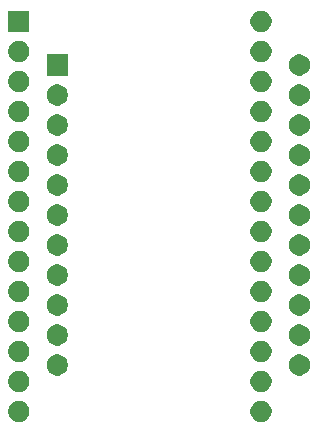
<source format=gbr>
G04 #@! TF.GenerationSoftware,KiCad,Pcbnew,(5.1.5)-3*
G04 #@! TF.CreationDate,2020-05-03T22:18:41-05:00*
G04 #@! TF.ProjectId,SoundAdapter28Pto22P,536f756e-6441-4646-9170-746572323850,rev?*
G04 #@! TF.SameCoordinates,Original*
G04 #@! TF.FileFunction,Soldermask,Bot*
G04 #@! TF.FilePolarity,Negative*
%FSLAX46Y46*%
G04 Gerber Fmt 4.6, Leading zero omitted, Abs format (unit mm)*
G04 Created by KiCad (PCBNEW (5.1.5)-3) date 2020-05-03 22:18:41*
%MOMM*%
%LPD*%
G04 APERTURE LIST*
%ADD10C,0.100000*%
G04 APERTURE END LIST*
D10*
G36*
X137310013Y-116254428D02*
G01*
X137459313Y-116284125D01*
X137623285Y-116352045D01*
X137770855Y-116450648D01*
X137896354Y-116576147D01*
X137994957Y-116723717D01*
X138062877Y-116887689D01*
X138097501Y-117061760D01*
X138097501Y-117239242D01*
X138062877Y-117413313D01*
X137994957Y-117577285D01*
X137896354Y-117724855D01*
X137770855Y-117850354D01*
X137623285Y-117948957D01*
X137459313Y-118016877D01*
X137310013Y-118046574D01*
X137285243Y-118051501D01*
X137107759Y-118051501D01*
X137082989Y-118046574D01*
X136933689Y-118016877D01*
X136769717Y-117948957D01*
X136622147Y-117850354D01*
X136496648Y-117724855D01*
X136398045Y-117577285D01*
X136330125Y-117413313D01*
X136295501Y-117239242D01*
X136295501Y-117061760D01*
X136330125Y-116887689D01*
X136398045Y-116723717D01*
X136496648Y-116576147D01*
X136622147Y-116450648D01*
X136769717Y-116352045D01*
X136933689Y-116284125D01*
X137082989Y-116254428D01*
X137107759Y-116249501D01*
X137285243Y-116249501D01*
X137310013Y-116254428D01*
G37*
G36*
X116810013Y-116254428D02*
G01*
X116959313Y-116284125D01*
X117123285Y-116352045D01*
X117270855Y-116450648D01*
X117396354Y-116576147D01*
X117494957Y-116723717D01*
X117562877Y-116887689D01*
X117597501Y-117061760D01*
X117597501Y-117239242D01*
X117562877Y-117413313D01*
X117494957Y-117577285D01*
X117396354Y-117724855D01*
X117270855Y-117850354D01*
X117123285Y-117948957D01*
X116959313Y-118016877D01*
X116810013Y-118046574D01*
X116785243Y-118051501D01*
X116607759Y-118051501D01*
X116582989Y-118046574D01*
X116433689Y-118016877D01*
X116269717Y-117948957D01*
X116122147Y-117850354D01*
X115996648Y-117724855D01*
X115898045Y-117577285D01*
X115830125Y-117413313D01*
X115795501Y-117239242D01*
X115795501Y-117061760D01*
X115830125Y-116887689D01*
X115898045Y-116723717D01*
X115996648Y-116576147D01*
X116122147Y-116450648D01*
X116269717Y-116352045D01*
X116433689Y-116284125D01*
X116582989Y-116254428D01*
X116607759Y-116249501D01*
X116785243Y-116249501D01*
X116810013Y-116254428D01*
G37*
G36*
X116810013Y-113714428D02*
G01*
X116959313Y-113744125D01*
X117123285Y-113812045D01*
X117270855Y-113910648D01*
X117396354Y-114036147D01*
X117494957Y-114183717D01*
X117562877Y-114347689D01*
X117597501Y-114521760D01*
X117597501Y-114699242D01*
X117562877Y-114873313D01*
X117494957Y-115037285D01*
X117396354Y-115184855D01*
X117270855Y-115310354D01*
X117123285Y-115408957D01*
X116959313Y-115476877D01*
X116810013Y-115506574D01*
X116785243Y-115511501D01*
X116607759Y-115511501D01*
X116582989Y-115506574D01*
X116433689Y-115476877D01*
X116269717Y-115408957D01*
X116122147Y-115310354D01*
X115996648Y-115184855D01*
X115898045Y-115037285D01*
X115830125Y-114873313D01*
X115795501Y-114699242D01*
X115795501Y-114521760D01*
X115830125Y-114347689D01*
X115898045Y-114183717D01*
X115996648Y-114036147D01*
X116122147Y-113910648D01*
X116269717Y-113812045D01*
X116433689Y-113744125D01*
X116582989Y-113714428D01*
X116607759Y-113709501D01*
X116785243Y-113709501D01*
X116810013Y-113714428D01*
G37*
G36*
X137310013Y-113714428D02*
G01*
X137459313Y-113744125D01*
X137623285Y-113812045D01*
X137770855Y-113910648D01*
X137896354Y-114036147D01*
X137994957Y-114183717D01*
X138062877Y-114347689D01*
X138097501Y-114521760D01*
X138097501Y-114699242D01*
X138062877Y-114873313D01*
X137994957Y-115037285D01*
X137896354Y-115184855D01*
X137770855Y-115310354D01*
X137623285Y-115408957D01*
X137459313Y-115476877D01*
X137310013Y-115506574D01*
X137285243Y-115511501D01*
X137107759Y-115511501D01*
X137082989Y-115506574D01*
X136933689Y-115476877D01*
X136769717Y-115408957D01*
X136622147Y-115310354D01*
X136496648Y-115184855D01*
X136398045Y-115037285D01*
X136330125Y-114873313D01*
X136295501Y-114699242D01*
X136295501Y-114521760D01*
X136330125Y-114347689D01*
X136398045Y-114183717D01*
X136496648Y-114036147D01*
X136622147Y-113910648D01*
X136769717Y-113812045D01*
X136933689Y-113744125D01*
X137082989Y-113714428D01*
X137107759Y-113709501D01*
X137285243Y-113709501D01*
X137310013Y-113714428D01*
G37*
G36*
X140565012Y-112324427D02*
G01*
X140714312Y-112354124D01*
X140878284Y-112422044D01*
X141025854Y-112520647D01*
X141151353Y-112646146D01*
X141249956Y-112793716D01*
X141317876Y-112957688D01*
X141352500Y-113131759D01*
X141352500Y-113309241D01*
X141317876Y-113483312D01*
X141249956Y-113647284D01*
X141151353Y-113794854D01*
X141025854Y-113920353D01*
X140878284Y-114018956D01*
X140714312Y-114086876D01*
X140565012Y-114116573D01*
X140540242Y-114121500D01*
X140362758Y-114121500D01*
X140337988Y-114116573D01*
X140188688Y-114086876D01*
X140024716Y-114018956D01*
X139877146Y-113920353D01*
X139751647Y-113794854D01*
X139653044Y-113647284D01*
X139585124Y-113483312D01*
X139550500Y-113309241D01*
X139550500Y-113131759D01*
X139585124Y-112957688D01*
X139653044Y-112793716D01*
X139751647Y-112646146D01*
X139877146Y-112520647D01*
X140024716Y-112422044D01*
X140188688Y-112354124D01*
X140337988Y-112324427D01*
X140362758Y-112319500D01*
X140540242Y-112319500D01*
X140565012Y-112324427D01*
G37*
G36*
X120065012Y-112324427D02*
G01*
X120214312Y-112354124D01*
X120378284Y-112422044D01*
X120525854Y-112520647D01*
X120651353Y-112646146D01*
X120749956Y-112793716D01*
X120817876Y-112957688D01*
X120852500Y-113131759D01*
X120852500Y-113309241D01*
X120817876Y-113483312D01*
X120749956Y-113647284D01*
X120651353Y-113794854D01*
X120525854Y-113920353D01*
X120378284Y-114018956D01*
X120214312Y-114086876D01*
X120065012Y-114116573D01*
X120040242Y-114121500D01*
X119862758Y-114121500D01*
X119837988Y-114116573D01*
X119688688Y-114086876D01*
X119524716Y-114018956D01*
X119377146Y-113920353D01*
X119251647Y-113794854D01*
X119153044Y-113647284D01*
X119085124Y-113483312D01*
X119050500Y-113309241D01*
X119050500Y-113131759D01*
X119085124Y-112957688D01*
X119153044Y-112793716D01*
X119251647Y-112646146D01*
X119377146Y-112520647D01*
X119524716Y-112422044D01*
X119688688Y-112354124D01*
X119837988Y-112324427D01*
X119862758Y-112319500D01*
X120040242Y-112319500D01*
X120065012Y-112324427D01*
G37*
G36*
X116810013Y-111174428D02*
G01*
X116959313Y-111204125D01*
X117123285Y-111272045D01*
X117270855Y-111370648D01*
X117396354Y-111496147D01*
X117494957Y-111643717D01*
X117562877Y-111807689D01*
X117597501Y-111981760D01*
X117597501Y-112159242D01*
X117562877Y-112333313D01*
X117494957Y-112497285D01*
X117396354Y-112644855D01*
X117270855Y-112770354D01*
X117123285Y-112868957D01*
X116959313Y-112936877D01*
X116810013Y-112966574D01*
X116785243Y-112971501D01*
X116607759Y-112971501D01*
X116582989Y-112966574D01*
X116433689Y-112936877D01*
X116269717Y-112868957D01*
X116122147Y-112770354D01*
X115996648Y-112644855D01*
X115898045Y-112497285D01*
X115830125Y-112333313D01*
X115795501Y-112159242D01*
X115795501Y-111981760D01*
X115830125Y-111807689D01*
X115898045Y-111643717D01*
X115996648Y-111496147D01*
X116122147Y-111370648D01*
X116269717Y-111272045D01*
X116433689Y-111204125D01*
X116582989Y-111174428D01*
X116607759Y-111169501D01*
X116785243Y-111169501D01*
X116810013Y-111174428D01*
G37*
G36*
X137310013Y-111174428D02*
G01*
X137459313Y-111204125D01*
X137623285Y-111272045D01*
X137770855Y-111370648D01*
X137896354Y-111496147D01*
X137994957Y-111643717D01*
X138062877Y-111807689D01*
X138097501Y-111981760D01*
X138097501Y-112159242D01*
X138062877Y-112333313D01*
X137994957Y-112497285D01*
X137896354Y-112644855D01*
X137770855Y-112770354D01*
X137623285Y-112868957D01*
X137459313Y-112936877D01*
X137310013Y-112966574D01*
X137285243Y-112971501D01*
X137107759Y-112971501D01*
X137082989Y-112966574D01*
X136933689Y-112936877D01*
X136769717Y-112868957D01*
X136622147Y-112770354D01*
X136496648Y-112644855D01*
X136398045Y-112497285D01*
X136330125Y-112333313D01*
X136295501Y-112159242D01*
X136295501Y-111981760D01*
X136330125Y-111807689D01*
X136398045Y-111643717D01*
X136496648Y-111496147D01*
X136622147Y-111370648D01*
X136769717Y-111272045D01*
X136933689Y-111204125D01*
X137082989Y-111174428D01*
X137107759Y-111169501D01*
X137285243Y-111169501D01*
X137310013Y-111174428D01*
G37*
G36*
X140565012Y-109784427D02*
G01*
X140714312Y-109814124D01*
X140878284Y-109882044D01*
X141025854Y-109980647D01*
X141151353Y-110106146D01*
X141249956Y-110253716D01*
X141317876Y-110417688D01*
X141352500Y-110591759D01*
X141352500Y-110769241D01*
X141317876Y-110943312D01*
X141249956Y-111107284D01*
X141151353Y-111254854D01*
X141025854Y-111380353D01*
X140878284Y-111478956D01*
X140714312Y-111546876D01*
X140565012Y-111576573D01*
X140540242Y-111581500D01*
X140362758Y-111581500D01*
X140337988Y-111576573D01*
X140188688Y-111546876D01*
X140024716Y-111478956D01*
X139877146Y-111380353D01*
X139751647Y-111254854D01*
X139653044Y-111107284D01*
X139585124Y-110943312D01*
X139550500Y-110769241D01*
X139550500Y-110591759D01*
X139585124Y-110417688D01*
X139653044Y-110253716D01*
X139751647Y-110106146D01*
X139877146Y-109980647D01*
X140024716Y-109882044D01*
X140188688Y-109814124D01*
X140337988Y-109784427D01*
X140362758Y-109779500D01*
X140540242Y-109779500D01*
X140565012Y-109784427D01*
G37*
G36*
X120065012Y-109784427D02*
G01*
X120214312Y-109814124D01*
X120378284Y-109882044D01*
X120525854Y-109980647D01*
X120651353Y-110106146D01*
X120749956Y-110253716D01*
X120817876Y-110417688D01*
X120852500Y-110591759D01*
X120852500Y-110769241D01*
X120817876Y-110943312D01*
X120749956Y-111107284D01*
X120651353Y-111254854D01*
X120525854Y-111380353D01*
X120378284Y-111478956D01*
X120214312Y-111546876D01*
X120065012Y-111576573D01*
X120040242Y-111581500D01*
X119862758Y-111581500D01*
X119837988Y-111576573D01*
X119688688Y-111546876D01*
X119524716Y-111478956D01*
X119377146Y-111380353D01*
X119251647Y-111254854D01*
X119153044Y-111107284D01*
X119085124Y-110943312D01*
X119050500Y-110769241D01*
X119050500Y-110591759D01*
X119085124Y-110417688D01*
X119153044Y-110253716D01*
X119251647Y-110106146D01*
X119377146Y-109980647D01*
X119524716Y-109882044D01*
X119688688Y-109814124D01*
X119837988Y-109784427D01*
X119862758Y-109779500D01*
X120040242Y-109779500D01*
X120065012Y-109784427D01*
G37*
G36*
X137310013Y-108634428D02*
G01*
X137459313Y-108664125D01*
X137623285Y-108732045D01*
X137770855Y-108830648D01*
X137896354Y-108956147D01*
X137994957Y-109103717D01*
X138062877Y-109267689D01*
X138097501Y-109441760D01*
X138097501Y-109619242D01*
X138062877Y-109793313D01*
X137994957Y-109957285D01*
X137896354Y-110104855D01*
X137770855Y-110230354D01*
X137623285Y-110328957D01*
X137459313Y-110396877D01*
X137310013Y-110426574D01*
X137285243Y-110431501D01*
X137107759Y-110431501D01*
X137082989Y-110426574D01*
X136933689Y-110396877D01*
X136769717Y-110328957D01*
X136622147Y-110230354D01*
X136496648Y-110104855D01*
X136398045Y-109957285D01*
X136330125Y-109793313D01*
X136295501Y-109619242D01*
X136295501Y-109441760D01*
X136330125Y-109267689D01*
X136398045Y-109103717D01*
X136496648Y-108956147D01*
X136622147Y-108830648D01*
X136769717Y-108732045D01*
X136933689Y-108664125D01*
X137082989Y-108634428D01*
X137107759Y-108629501D01*
X137285243Y-108629501D01*
X137310013Y-108634428D01*
G37*
G36*
X116810013Y-108634428D02*
G01*
X116959313Y-108664125D01*
X117123285Y-108732045D01*
X117270855Y-108830648D01*
X117396354Y-108956147D01*
X117494957Y-109103717D01*
X117562877Y-109267689D01*
X117597501Y-109441760D01*
X117597501Y-109619242D01*
X117562877Y-109793313D01*
X117494957Y-109957285D01*
X117396354Y-110104855D01*
X117270855Y-110230354D01*
X117123285Y-110328957D01*
X116959313Y-110396877D01*
X116810013Y-110426574D01*
X116785243Y-110431501D01*
X116607759Y-110431501D01*
X116582989Y-110426574D01*
X116433689Y-110396877D01*
X116269717Y-110328957D01*
X116122147Y-110230354D01*
X115996648Y-110104855D01*
X115898045Y-109957285D01*
X115830125Y-109793313D01*
X115795501Y-109619242D01*
X115795501Y-109441760D01*
X115830125Y-109267689D01*
X115898045Y-109103717D01*
X115996648Y-108956147D01*
X116122147Y-108830648D01*
X116269717Y-108732045D01*
X116433689Y-108664125D01*
X116582989Y-108634428D01*
X116607759Y-108629501D01*
X116785243Y-108629501D01*
X116810013Y-108634428D01*
G37*
G36*
X140565012Y-107244427D02*
G01*
X140714312Y-107274124D01*
X140878284Y-107342044D01*
X141025854Y-107440647D01*
X141151353Y-107566146D01*
X141249956Y-107713716D01*
X141317876Y-107877688D01*
X141352500Y-108051759D01*
X141352500Y-108229241D01*
X141317876Y-108403312D01*
X141249956Y-108567284D01*
X141151353Y-108714854D01*
X141025854Y-108840353D01*
X140878284Y-108938956D01*
X140714312Y-109006876D01*
X140565012Y-109036573D01*
X140540242Y-109041500D01*
X140362758Y-109041500D01*
X140337988Y-109036573D01*
X140188688Y-109006876D01*
X140024716Y-108938956D01*
X139877146Y-108840353D01*
X139751647Y-108714854D01*
X139653044Y-108567284D01*
X139585124Y-108403312D01*
X139550500Y-108229241D01*
X139550500Y-108051759D01*
X139585124Y-107877688D01*
X139653044Y-107713716D01*
X139751647Y-107566146D01*
X139877146Y-107440647D01*
X140024716Y-107342044D01*
X140188688Y-107274124D01*
X140337988Y-107244427D01*
X140362758Y-107239500D01*
X140540242Y-107239500D01*
X140565012Y-107244427D01*
G37*
G36*
X120065012Y-107244427D02*
G01*
X120214312Y-107274124D01*
X120378284Y-107342044D01*
X120525854Y-107440647D01*
X120651353Y-107566146D01*
X120749956Y-107713716D01*
X120817876Y-107877688D01*
X120852500Y-108051759D01*
X120852500Y-108229241D01*
X120817876Y-108403312D01*
X120749956Y-108567284D01*
X120651353Y-108714854D01*
X120525854Y-108840353D01*
X120378284Y-108938956D01*
X120214312Y-109006876D01*
X120065012Y-109036573D01*
X120040242Y-109041500D01*
X119862758Y-109041500D01*
X119837988Y-109036573D01*
X119688688Y-109006876D01*
X119524716Y-108938956D01*
X119377146Y-108840353D01*
X119251647Y-108714854D01*
X119153044Y-108567284D01*
X119085124Y-108403312D01*
X119050500Y-108229241D01*
X119050500Y-108051759D01*
X119085124Y-107877688D01*
X119153044Y-107713716D01*
X119251647Y-107566146D01*
X119377146Y-107440647D01*
X119524716Y-107342044D01*
X119688688Y-107274124D01*
X119837988Y-107244427D01*
X119862758Y-107239500D01*
X120040242Y-107239500D01*
X120065012Y-107244427D01*
G37*
G36*
X137310013Y-106094428D02*
G01*
X137459313Y-106124125D01*
X137623285Y-106192045D01*
X137770855Y-106290648D01*
X137896354Y-106416147D01*
X137994957Y-106563717D01*
X138062877Y-106727689D01*
X138097501Y-106901760D01*
X138097501Y-107079242D01*
X138062877Y-107253313D01*
X137994957Y-107417285D01*
X137896354Y-107564855D01*
X137770855Y-107690354D01*
X137623285Y-107788957D01*
X137459313Y-107856877D01*
X137310013Y-107886574D01*
X137285243Y-107891501D01*
X137107759Y-107891501D01*
X137082989Y-107886574D01*
X136933689Y-107856877D01*
X136769717Y-107788957D01*
X136622147Y-107690354D01*
X136496648Y-107564855D01*
X136398045Y-107417285D01*
X136330125Y-107253313D01*
X136295501Y-107079242D01*
X136295501Y-106901760D01*
X136330125Y-106727689D01*
X136398045Y-106563717D01*
X136496648Y-106416147D01*
X136622147Y-106290648D01*
X136769717Y-106192045D01*
X136933689Y-106124125D01*
X137082989Y-106094428D01*
X137107759Y-106089501D01*
X137285243Y-106089501D01*
X137310013Y-106094428D01*
G37*
G36*
X116810013Y-106094428D02*
G01*
X116959313Y-106124125D01*
X117123285Y-106192045D01*
X117270855Y-106290648D01*
X117396354Y-106416147D01*
X117494957Y-106563717D01*
X117562877Y-106727689D01*
X117597501Y-106901760D01*
X117597501Y-107079242D01*
X117562877Y-107253313D01*
X117494957Y-107417285D01*
X117396354Y-107564855D01*
X117270855Y-107690354D01*
X117123285Y-107788957D01*
X116959313Y-107856877D01*
X116810013Y-107886574D01*
X116785243Y-107891501D01*
X116607759Y-107891501D01*
X116582989Y-107886574D01*
X116433689Y-107856877D01*
X116269717Y-107788957D01*
X116122147Y-107690354D01*
X115996648Y-107564855D01*
X115898045Y-107417285D01*
X115830125Y-107253313D01*
X115795501Y-107079242D01*
X115795501Y-106901760D01*
X115830125Y-106727689D01*
X115898045Y-106563717D01*
X115996648Y-106416147D01*
X116122147Y-106290648D01*
X116269717Y-106192045D01*
X116433689Y-106124125D01*
X116582989Y-106094428D01*
X116607759Y-106089501D01*
X116785243Y-106089501D01*
X116810013Y-106094428D01*
G37*
G36*
X120065012Y-104704427D02*
G01*
X120214312Y-104734124D01*
X120378284Y-104802044D01*
X120525854Y-104900647D01*
X120651353Y-105026146D01*
X120749956Y-105173716D01*
X120817876Y-105337688D01*
X120852500Y-105511759D01*
X120852500Y-105689241D01*
X120817876Y-105863312D01*
X120749956Y-106027284D01*
X120651353Y-106174854D01*
X120525854Y-106300353D01*
X120378284Y-106398956D01*
X120214312Y-106466876D01*
X120065012Y-106496573D01*
X120040242Y-106501500D01*
X119862758Y-106501500D01*
X119837988Y-106496573D01*
X119688688Y-106466876D01*
X119524716Y-106398956D01*
X119377146Y-106300353D01*
X119251647Y-106174854D01*
X119153044Y-106027284D01*
X119085124Y-105863312D01*
X119050500Y-105689241D01*
X119050500Y-105511759D01*
X119085124Y-105337688D01*
X119153044Y-105173716D01*
X119251647Y-105026146D01*
X119377146Y-104900647D01*
X119524716Y-104802044D01*
X119688688Y-104734124D01*
X119837988Y-104704427D01*
X119862758Y-104699500D01*
X120040242Y-104699500D01*
X120065012Y-104704427D01*
G37*
G36*
X140565012Y-104704427D02*
G01*
X140714312Y-104734124D01*
X140878284Y-104802044D01*
X141025854Y-104900647D01*
X141151353Y-105026146D01*
X141249956Y-105173716D01*
X141317876Y-105337688D01*
X141352500Y-105511759D01*
X141352500Y-105689241D01*
X141317876Y-105863312D01*
X141249956Y-106027284D01*
X141151353Y-106174854D01*
X141025854Y-106300353D01*
X140878284Y-106398956D01*
X140714312Y-106466876D01*
X140565012Y-106496573D01*
X140540242Y-106501500D01*
X140362758Y-106501500D01*
X140337988Y-106496573D01*
X140188688Y-106466876D01*
X140024716Y-106398956D01*
X139877146Y-106300353D01*
X139751647Y-106174854D01*
X139653044Y-106027284D01*
X139585124Y-105863312D01*
X139550500Y-105689241D01*
X139550500Y-105511759D01*
X139585124Y-105337688D01*
X139653044Y-105173716D01*
X139751647Y-105026146D01*
X139877146Y-104900647D01*
X140024716Y-104802044D01*
X140188688Y-104734124D01*
X140337988Y-104704427D01*
X140362758Y-104699500D01*
X140540242Y-104699500D01*
X140565012Y-104704427D01*
G37*
G36*
X137310013Y-103554428D02*
G01*
X137459313Y-103584125D01*
X137623285Y-103652045D01*
X137770855Y-103750648D01*
X137896354Y-103876147D01*
X137994957Y-104023717D01*
X138062877Y-104187689D01*
X138097501Y-104361760D01*
X138097501Y-104539242D01*
X138062877Y-104713313D01*
X137994957Y-104877285D01*
X137896354Y-105024855D01*
X137770855Y-105150354D01*
X137623285Y-105248957D01*
X137459313Y-105316877D01*
X137310013Y-105346574D01*
X137285243Y-105351501D01*
X137107759Y-105351501D01*
X137082989Y-105346574D01*
X136933689Y-105316877D01*
X136769717Y-105248957D01*
X136622147Y-105150354D01*
X136496648Y-105024855D01*
X136398045Y-104877285D01*
X136330125Y-104713313D01*
X136295501Y-104539242D01*
X136295501Y-104361760D01*
X136330125Y-104187689D01*
X136398045Y-104023717D01*
X136496648Y-103876147D01*
X136622147Y-103750648D01*
X136769717Y-103652045D01*
X136933689Y-103584125D01*
X137082989Y-103554428D01*
X137107759Y-103549501D01*
X137285243Y-103549501D01*
X137310013Y-103554428D01*
G37*
G36*
X116810013Y-103554428D02*
G01*
X116959313Y-103584125D01*
X117123285Y-103652045D01*
X117270855Y-103750648D01*
X117396354Y-103876147D01*
X117494957Y-104023717D01*
X117562877Y-104187689D01*
X117597501Y-104361760D01*
X117597501Y-104539242D01*
X117562877Y-104713313D01*
X117494957Y-104877285D01*
X117396354Y-105024855D01*
X117270855Y-105150354D01*
X117123285Y-105248957D01*
X116959313Y-105316877D01*
X116810013Y-105346574D01*
X116785243Y-105351501D01*
X116607759Y-105351501D01*
X116582989Y-105346574D01*
X116433689Y-105316877D01*
X116269717Y-105248957D01*
X116122147Y-105150354D01*
X115996648Y-105024855D01*
X115898045Y-104877285D01*
X115830125Y-104713313D01*
X115795501Y-104539242D01*
X115795501Y-104361760D01*
X115830125Y-104187689D01*
X115898045Y-104023717D01*
X115996648Y-103876147D01*
X116122147Y-103750648D01*
X116269717Y-103652045D01*
X116433689Y-103584125D01*
X116582989Y-103554428D01*
X116607759Y-103549501D01*
X116785243Y-103549501D01*
X116810013Y-103554428D01*
G37*
G36*
X120065012Y-102164427D02*
G01*
X120214312Y-102194124D01*
X120378284Y-102262044D01*
X120525854Y-102360647D01*
X120651353Y-102486146D01*
X120749956Y-102633716D01*
X120817876Y-102797688D01*
X120852500Y-102971759D01*
X120852500Y-103149241D01*
X120817876Y-103323312D01*
X120749956Y-103487284D01*
X120651353Y-103634854D01*
X120525854Y-103760353D01*
X120378284Y-103858956D01*
X120214312Y-103926876D01*
X120065012Y-103956573D01*
X120040242Y-103961500D01*
X119862758Y-103961500D01*
X119837988Y-103956573D01*
X119688688Y-103926876D01*
X119524716Y-103858956D01*
X119377146Y-103760353D01*
X119251647Y-103634854D01*
X119153044Y-103487284D01*
X119085124Y-103323312D01*
X119050500Y-103149241D01*
X119050500Y-102971759D01*
X119085124Y-102797688D01*
X119153044Y-102633716D01*
X119251647Y-102486146D01*
X119377146Y-102360647D01*
X119524716Y-102262044D01*
X119688688Y-102194124D01*
X119837988Y-102164427D01*
X119862758Y-102159500D01*
X120040242Y-102159500D01*
X120065012Y-102164427D01*
G37*
G36*
X140565012Y-102164427D02*
G01*
X140714312Y-102194124D01*
X140878284Y-102262044D01*
X141025854Y-102360647D01*
X141151353Y-102486146D01*
X141249956Y-102633716D01*
X141317876Y-102797688D01*
X141352500Y-102971759D01*
X141352500Y-103149241D01*
X141317876Y-103323312D01*
X141249956Y-103487284D01*
X141151353Y-103634854D01*
X141025854Y-103760353D01*
X140878284Y-103858956D01*
X140714312Y-103926876D01*
X140565012Y-103956573D01*
X140540242Y-103961500D01*
X140362758Y-103961500D01*
X140337988Y-103956573D01*
X140188688Y-103926876D01*
X140024716Y-103858956D01*
X139877146Y-103760353D01*
X139751647Y-103634854D01*
X139653044Y-103487284D01*
X139585124Y-103323312D01*
X139550500Y-103149241D01*
X139550500Y-102971759D01*
X139585124Y-102797688D01*
X139653044Y-102633716D01*
X139751647Y-102486146D01*
X139877146Y-102360647D01*
X140024716Y-102262044D01*
X140188688Y-102194124D01*
X140337988Y-102164427D01*
X140362758Y-102159500D01*
X140540242Y-102159500D01*
X140565012Y-102164427D01*
G37*
G36*
X116810013Y-101014428D02*
G01*
X116959313Y-101044125D01*
X117123285Y-101112045D01*
X117270855Y-101210648D01*
X117396354Y-101336147D01*
X117494957Y-101483717D01*
X117562877Y-101647689D01*
X117597501Y-101821760D01*
X117597501Y-101999242D01*
X117562877Y-102173313D01*
X117494957Y-102337285D01*
X117396354Y-102484855D01*
X117270855Y-102610354D01*
X117123285Y-102708957D01*
X116959313Y-102776877D01*
X116810013Y-102806574D01*
X116785243Y-102811501D01*
X116607759Y-102811501D01*
X116582989Y-102806574D01*
X116433689Y-102776877D01*
X116269717Y-102708957D01*
X116122147Y-102610354D01*
X115996648Y-102484855D01*
X115898045Y-102337285D01*
X115830125Y-102173313D01*
X115795501Y-101999242D01*
X115795501Y-101821760D01*
X115830125Y-101647689D01*
X115898045Y-101483717D01*
X115996648Y-101336147D01*
X116122147Y-101210648D01*
X116269717Y-101112045D01*
X116433689Y-101044125D01*
X116582989Y-101014428D01*
X116607759Y-101009501D01*
X116785243Y-101009501D01*
X116810013Y-101014428D01*
G37*
G36*
X137310013Y-101014428D02*
G01*
X137459313Y-101044125D01*
X137623285Y-101112045D01*
X137770855Y-101210648D01*
X137896354Y-101336147D01*
X137994957Y-101483717D01*
X138062877Y-101647689D01*
X138097501Y-101821760D01*
X138097501Y-101999242D01*
X138062877Y-102173313D01*
X137994957Y-102337285D01*
X137896354Y-102484855D01*
X137770855Y-102610354D01*
X137623285Y-102708957D01*
X137459313Y-102776877D01*
X137310013Y-102806574D01*
X137285243Y-102811501D01*
X137107759Y-102811501D01*
X137082989Y-102806574D01*
X136933689Y-102776877D01*
X136769717Y-102708957D01*
X136622147Y-102610354D01*
X136496648Y-102484855D01*
X136398045Y-102337285D01*
X136330125Y-102173313D01*
X136295501Y-101999242D01*
X136295501Y-101821760D01*
X136330125Y-101647689D01*
X136398045Y-101483717D01*
X136496648Y-101336147D01*
X136622147Y-101210648D01*
X136769717Y-101112045D01*
X136933689Y-101044125D01*
X137082989Y-101014428D01*
X137107759Y-101009501D01*
X137285243Y-101009501D01*
X137310013Y-101014428D01*
G37*
G36*
X140565012Y-99624427D02*
G01*
X140714312Y-99654124D01*
X140878284Y-99722044D01*
X141025854Y-99820647D01*
X141151353Y-99946146D01*
X141249956Y-100093716D01*
X141317876Y-100257688D01*
X141352500Y-100431759D01*
X141352500Y-100609241D01*
X141317876Y-100783312D01*
X141249956Y-100947284D01*
X141151353Y-101094854D01*
X141025854Y-101220353D01*
X140878284Y-101318956D01*
X140714312Y-101386876D01*
X140565012Y-101416573D01*
X140540242Y-101421500D01*
X140362758Y-101421500D01*
X140337988Y-101416573D01*
X140188688Y-101386876D01*
X140024716Y-101318956D01*
X139877146Y-101220353D01*
X139751647Y-101094854D01*
X139653044Y-100947284D01*
X139585124Y-100783312D01*
X139550500Y-100609241D01*
X139550500Y-100431759D01*
X139585124Y-100257688D01*
X139653044Y-100093716D01*
X139751647Y-99946146D01*
X139877146Y-99820647D01*
X140024716Y-99722044D01*
X140188688Y-99654124D01*
X140337988Y-99624427D01*
X140362758Y-99619500D01*
X140540242Y-99619500D01*
X140565012Y-99624427D01*
G37*
G36*
X120065012Y-99624427D02*
G01*
X120214312Y-99654124D01*
X120378284Y-99722044D01*
X120525854Y-99820647D01*
X120651353Y-99946146D01*
X120749956Y-100093716D01*
X120817876Y-100257688D01*
X120852500Y-100431759D01*
X120852500Y-100609241D01*
X120817876Y-100783312D01*
X120749956Y-100947284D01*
X120651353Y-101094854D01*
X120525854Y-101220353D01*
X120378284Y-101318956D01*
X120214312Y-101386876D01*
X120065012Y-101416573D01*
X120040242Y-101421500D01*
X119862758Y-101421500D01*
X119837988Y-101416573D01*
X119688688Y-101386876D01*
X119524716Y-101318956D01*
X119377146Y-101220353D01*
X119251647Y-101094854D01*
X119153044Y-100947284D01*
X119085124Y-100783312D01*
X119050500Y-100609241D01*
X119050500Y-100431759D01*
X119085124Y-100257688D01*
X119153044Y-100093716D01*
X119251647Y-99946146D01*
X119377146Y-99820647D01*
X119524716Y-99722044D01*
X119688688Y-99654124D01*
X119837988Y-99624427D01*
X119862758Y-99619500D01*
X120040242Y-99619500D01*
X120065012Y-99624427D01*
G37*
G36*
X137310013Y-98474428D02*
G01*
X137459313Y-98504125D01*
X137623285Y-98572045D01*
X137770855Y-98670648D01*
X137896354Y-98796147D01*
X137994957Y-98943717D01*
X138062877Y-99107689D01*
X138097501Y-99281760D01*
X138097501Y-99459242D01*
X138062877Y-99633313D01*
X137994957Y-99797285D01*
X137896354Y-99944855D01*
X137770855Y-100070354D01*
X137623285Y-100168957D01*
X137459313Y-100236877D01*
X137310013Y-100266574D01*
X137285243Y-100271501D01*
X137107759Y-100271501D01*
X137082989Y-100266574D01*
X136933689Y-100236877D01*
X136769717Y-100168957D01*
X136622147Y-100070354D01*
X136496648Y-99944855D01*
X136398045Y-99797285D01*
X136330125Y-99633313D01*
X136295501Y-99459242D01*
X136295501Y-99281760D01*
X136330125Y-99107689D01*
X136398045Y-98943717D01*
X136496648Y-98796147D01*
X136622147Y-98670648D01*
X136769717Y-98572045D01*
X136933689Y-98504125D01*
X137082989Y-98474428D01*
X137107759Y-98469501D01*
X137285243Y-98469501D01*
X137310013Y-98474428D01*
G37*
G36*
X116810013Y-98474428D02*
G01*
X116959313Y-98504125D01*
X117123285Y-98572045D01*
X117270855Y-98670648D01*
X117396354Y-98796147D01*
X117494957Y-98943717D01*
X117562877Y-99107689D01*
X117597501Y-99281760D01*
X117597501Y-99459242D01*
X117562877Y-99633313D01*
X117494957Y-99797285D01*
X117396354Y-99944855D01*
X117270855Y-100070354D01*
X117123285Y-100168957D01*
X116959313Y-100236877D01*
X116810013Y-100266574D01*
X116785243Y-100271501D01*
X116607759Y-100271501D01*
X116582989Y-100266574D01*
X116433689Y-100236877D01*
X116269717Y-100168957D01*
X116122147Y-100070354D01*
X115996648Y-99944855D01*
X115898045Y-99797285D01*
X115830125Y-99633313D01*
X115795501Y-99459242D01*
X115795501Y-99281760D01*
X115830125Y-99107689D01*
X115898045Y-98943717D01*
X115996648Y-98796147D01*
X116122147Y-98670648D01*
X116269717Y-98572045D01*
X116433689Y-98504125D01*
X116582989Y-98474428D01*
X116607759Y-98469501D01*
X116785243Y-98469501D01*
X116810013Y-98474428D01*
G37*
G36*
X140565012Y-97084427D02*
G01*
X140714312Y-97114124D01*
X140878284Y-97182044D01*
X141025854Y-97280647D01*
X141151353Y-97406146D01*
X141249956Y-97553716D01*
X141317876Y-97717688D01*
X141352500Y-97891759D01*
X141352500Y-98069241D01*
X141317876Y-98243312D01*
X141249956Y-98407284D01*
X141151353Y-98554854D01*
X141025854Y-98680353D01*
X140878284Y-98778956D01*
X140714312Y-98846876D01*
X140565012Y-98876573D01*
X140540242Y-98881500D01*
X140362758Y-98881500D01*
X140337988Y-98876573D01*
X140188688Y-98846876D01*
X140024716Y-98778956D01*
X139877146Y-98680353D01*
X139751647Y-98554854D01*
X139653044Y-98407284D01*
X139585124Y-98243312D01*
X139550500Y-98069241D01*
X139550500Y-97891759D01*
X139585124Y-97717688D01*
X139653044Y-97553716D01*
X139751647Y-97406146D01*
X139877146Y-97280647D01*
X140024716Y-97182044D01*
X140188688Y-97114124D01*
X140337988Y-97084427D01*
X140362758Y-97079500D01*
X140540242Y-97079500D01*
X140565012Y-97084427D01*
G37*
G36*
X120065012Y-97084427D02*
G01*
X120214312Y-97114124D01*
X120378284Y-97182044D01*
X120525854Y-97280647D01*
X120651353Y-97406146D01*
X120749956Y-97553716D01*
X120817876Y-97717688D01*
X120852500Y-97891759D01*
X120852500Y-98069241D01*
X120817876Y-98243312D01*
X120749956Y-98407284D01*
X120651353Y-98554854D01*
X120525854Y-98680353D01*
X120378284Y-98778956D01*
X120214312Y-98846876D01*
X120065012Y-98876573D01*
X120040242Y-98881500D01*
X119862758Y-98881500D01*
X119837988Y-98876573D01*
X119688688Y-98846876D01*
X119524716Y-98778956D01*
X119377146Y-98680353D01*
X119251647Y-98554854D01*
X119153044Y-98407284D01*
X119085124Y-98243312D01*
X119050500Y-98069241D01*
X119050500Y-97891759D01*
X119085124Y-97717688D01*
X119153044Y-97553716D01*
X119251647Y-97406146D01*
X119377146Y-97280647D01*
X119524716Y-97182044D01*
X119688688Y-97114124D01*
X119837988Y-97084427D01*
X119862758Y-97079500D01*
X120040242Y-97079500D01*
X120065012Y-97084427D01*
G37*
G36*
X137310013Y-95934428D02*
G01*
X137459313Y-95964125D01*
X137623285Y-96032045D01*
X137770855Y-96130648D01*
X137896354Y-96256147D01*
X137994957Y-96403717D01*
X138062877Y-96567689D01*
X138097501Y-96741760D01*
X138097501Y-96919242D01*
X138062877Y-97093313D01*
X137994957Y-97257285D01*
X137896354Y-97404855D01*
X137770855Y-97530354D01*
X137623285Y-97628957D01*
X137459313Y-97696877D01*
X137310013Y-97726574D01*
X137285243Y-97731501D01*
X137107759Y-97731501D01*
X137082989Y-97726574D01*
X136933689Y-97696877D01*
X136769717Y-97628957D01*
X136622147Y-97530354D01*
X136496648Y-97404855D01*
X136398045Y-97257285D01*
X136330125Y-97093313D01*
X136295501Y-96919242D01*
X136295501Y-96741760D01*
X136330125Y-96567689D01*
X136398045Y-96403717D01*
X136496648Y-96256147D01*
X136622147Y-96130648D01*
X136769717Y-96032045D01*
X136933689Y-95964125D01*
X137082989Y-95934428D01*
X137107759Y-95929501D01*
X137285243Y-95929501D01*
X137310013Y-95934428D01*
G37*
G36*
X116810013Y-95934428D02*
G01*
X116959313Y-95964125D01*
X117123285Y-96032045D01*
X117270855Y-96130648D01*
X117396354Y-96256147D01*
X117494957Y-96403717D01*
X117562877Y-96567689D01*
X117597501Y-96741760D01*
X117597501Y-96919242D01*
X117562877Y-97093313D01*
X117494957Y-97257285D01*
X117396354Y-97404855D01*
X117270855Y-97530354D01*
X117123285Y-97628957D01*
X116959313Y-97696877D01*
X116810013Y-97726574D01*
X116785243Y-97731501D01*
X116607759Y-97731501D01*
X116582989Y-97726574D01*
X116433689Y-97696877D01*
X116269717Y-97628957D01*
X116122147Y-97530354D01*
X115996648Y-97404855D01*
X115898045Y-97257285D01*
X115830125Y-97093313D01*
X115795501Y-96919242D01*
X115795501Y-96741760D01*
X115830125Y-96567689D01*
X115898045Y-96403717D01*
X115996648Y-96256147D01*
X116122147Y-96130648D01*
X116269717Y-96032045D01*
X116433689Y-95964125D01*
X116582989Y-95934428D01*
X116607759Y-95929501D01*
X116785243Y-95929501D01*
X116810013Y-95934428D01*
G37*
G36*
X140565012Y-94544427D02*
G01*
X140714312Y-94574124D01*
X140878284Y-94642044D01*
X141025854Y-94740647D01*
X141151353Y-94866146D01*
X141249956Y-95013716D01*
X141317876Y-95177688D01*
X141352500Y-95351759D01*
X141352500Y-95529241D01*
X141317876Y-95703312D01*
X141249956Y-95867284D01*
X141151353Y-96014854D01*
X141025854Y-96140353D01*
X140878284Y-96238956D01*
X140714312Y-96306876D01*
X140565012Y-96336573D01*
X140540242Y-96341500D01*
X140362758Y-96341500D01*
X140337988Y-96336573D01*
X140188688Y-96306876D01*
X140024716Y-96238956D01*
X139877146Y-96140353D01*
X139751647Y-96014854D01*
X139653044Y-95867284D01*
X139585124Y-95703312D01*
X139550500Y-95529241D01*
X139550500Y-95351759D01*
X139585124Y-95177688D01*
X139653044Y-95013716D01*
X139751647Y-94866146D01*
X139877146Y-94740647D01*
X140024716Y-94642044D01*
X140188688Y-94574124D01*
X140337988Y-94544427D01*
X140362758Y-94539500D01*
X140540242Y-94539500D01*
X140565012Y-94544427D01*
G37*
G36*
X120065012Y-94544427D02*
G01*
X120214312Y-94574124D01*
X120378284Y-94642044D01*
X120525854Y-94740647D01*
X120651353Y-94866146D01*
X120749956Y-95013716D01*
X120817876Y-95177688D01*
X120852500Y-95351759D01*
X120852500Y-95529241D01*
X120817876Y-95703312D01*
X120749956Y-95867284D01*
X120651353Y-96014854D01*
X120525854Y-96140353D01*
X120378284Y-96238956D01*
X120214312Y-96306876D01*
X120065012Y-96336573D01*
X120040242Y-96341500D01*
X119862758Y-96341500D01*
X119837988Y-96336573D01*
X119688688Y-96306876D01*
X119524716Y-96238956D01*
X119377146Y-96140353D01*
X119251647Y-96014854D01*
X119153044Y-95867284D01*
X119085124Y-95703312D01*
X119050500Y-95529241D01*
X119050500Y-95351759D01*
X119085124Y-95177688D01*
X119153044Y-95013716D01*
X119251647Y-94866146D01*
X119377146Y-94740647D01*
X119524716Y-94642044D01*
X119688688Y-94574124D01*
X119837988Y-94544427D01*
X119862758Y-94539500D01*
X120040242Y-94539500D01*
X120065012Y-94544427D01*
G37*
G36*
X116810013Y-93394428D02*
G01*
X116959313Y-93424125D01*
X117123285Y-93492045D01*
X117270855Y-93590648D01*
X117396354Y-93716147D01*
X117494957Y-93863717D01*
X117562877Y-94027689D01*
X117597501Y-94201760D01*
X117597501Y-94379242D01*
X117562877Y-94553313D01*
X117494957Y-94717285D01*
X117396354Y-94864855D01*
X117270855Y-94990354D01*
X117123285Y-95088957D01*
X116959313Y-95156877D01*
X116810013Y-95186574D01*
X116785243Y-95191501D01*
X116607759Y-95191501D01*
X116582989Y-95186574D01*
X116433689Y-95156877D01*
X116269717Y-95088957D01*
X116122147Y-94990354D01*
X115996648Y-94864855D01*
X115898045Y-94717285D01*
X115830125Y-94553313D01*
X115795501Y-94379242D01*
X115795501Y-94201760D01*
X115830125Y-94027689D01*
X115898045Y-93863717D01*
X115996648Y-93716147D01*
X116122147Y-93590648D01*
X116269717Y-93492045D01*
X116433689Y-93424125D01*
X116582989Y-93394428D01*
X116607759Y-93389501D01*
X116785243Y-93389501D01*
X116810013Y-93394428D01*
G37*
G36*
X137310013Y-93394428D02*
G01*
X137459313Y-93424125D01*
X137623285Y-93492045D01*
X137770855Y-93590648D01*
X137896354Y-93716147D01*
X137994957Y-93863717D01*
X138062877Y-94027689D01*
X138097501Y-94201760D01*
X138097501Y-94379242D01*
X138062877Y-94553313D01*
X137994957Y-94717285D01*
X137896354Y-94864855D01*
X137770855Y-94990354D01*
X137623285Y-95088957D01*
X137459313Y-95156877D01*
X137310013Y-95186574D01*
X137285243Y-95191501D01*
X137107759Y-95191501D01*
X137082989Y-95186574D01*
X136933689Y-95156877D01*
X136769717Y-95088957D01*
X136622147Y-94990354D01*
X136496648Y-94864855D01*
X136398045Y-94717285D01*
X136330125Y-94553313D01*
X136295501Y-94379242D01*
X136295501Y-94201760D01*
X136330125Y-94027689D01*
X136398045Y-93863717D01*
X136496648Y-93716147D01*
X136622147Y-93590648D01*
X136769717Y-93492045D01*
X136933689Y-93424125D01*
X137082989Y-93394428D01*
X137107759Y-93389501D01*
X137285243Y-93389501D01*
X137310013Y-93394428D01*
G37*
G36*
X140565012Y-92004427D02*
G01*
X140714312Y-92034124D01*
X140878284Y-92102044D01*
X141025854Y-92200647D01*
X141151353Y-92326146D01*
X141249956Y-92473716D01*
X141317876Y-92637688D01*
X141352500Y-92811759D01*
X141352500Y-92989241D01*
X141317876Y-93163312D01*
X141249956Y-93327284D01*
X141151353Y-93474854D01*
X141025854Y-93600353D01*
X140878284Y-93698956D01*
X140714312Y-93766876D01*
X140565012Y-93796573D01*
X140540242Y-93801500D01*
X140362758Y-93801500D01*
X140337988Y-93796573D01*
X140188688Y-93766876D01*
X140024716Y-93698956D01*
X139877146Y-93600353D01*
X139751647Y-93474854D01*
X139653044Y-93327284D01*
X139585124Y-93163312D01*
X139550500Y-92989241D01*
X139550500Y-92811759D01*
X139585124Y-92637688D01*
X139653044Y-92473716D01*
X139751647Y-92326146D01*
X139877146Y-92200647D01*
X140024716Y-92102044D01*
X140188688Y-92034124D01*
X140337988Y-92004427D01*
X140362758Y-91999500D01*
X140540242Y-91999500D01*
X140565012Y-92004427D01*
G37*
G36*
X120065012Y-92004427D02*
G01*
X120214312Y-92034124D01*
X120378284Y-92102044D01*
X120525854Y-92200647D01*
X120651353Y-92326146D01*
X120749956Y-92473716D01*
X120817876Y-92637688D01*
X120852500Y-92811759D01*
X120852500Y-92989241D01*
X120817876Y-93163312D01*
X120749956Y-93327284D01*
X120651353Y-93474854D01*
X120525854Y-93600353D01*
X120378284Y-93698956D01*
X120214312Y-93766876D01*
X120065012Y-93796573D01*
X120040242Y-93801500D01*
X119862758Y-93801500D01*
X119837988Y-93796573D01*
X119688688Y-93766876D01*
X119524716Y-93698956D01*
X119377146Y-93600353D01*
X119251647Y-93474854D01*
X119153044Y-93327284D01*
X119085124Y-93163312D01*
X119050500Y-92989241D01*
X119050500Y-92811759D01*
X119085124Y-92637688D01*
X119153044Y-92473716D01*
X119251647Y-92326146D01*
X119377146Y-92200647D01*
X119524716Y-92102044D01*
X119688688Y-92034124D01*
X119837988Y-92004427D01*
X119862758Y-91999500D01*
X120040242Y-91999500D01*
X120065012Y-92004427D01*
G37*
G36*
X116810013Y-90854428D02*
G01*
X116959313Y-90884125D01*
X117123285Y-90952045D01*
X117270855Y-91050648D01*
X117396354Y-91176147D01*
X117494957Y-91323717D01*
X117562877Y-91487689D01*
X117597501Y-91661760D01*
X117597501Y-91839242D01*
X117562877Y-92013313D01*
X117494957Y-92177285D01*
X117396354Y-92324855D01*
X117270855Y-92450354D01*
X117123285Y-92548957D01*
X116959313Y-92616877D01*
X116810013Y-92646574D01*
X116785243Y-92651501D01*
X116607759Y-92651501D01*
X116582989Y-92646574D01*
X116433689Y-92616877D01*
X116269717Y-92548957D01*
X116122147Y-92450354D01*
X115996648Y-92324855D01*
X115898045Y-92177285D01*
X115830125Y-92013313D01*
X115795501Y-91839242D01*
X115795501Y-91661760D01*
X115830125Y-91487689D01*
X115898045Y-91323717D01*
X115996648Y-91176147D01*
X116122147Y-91050648D01*
X116269717Y-90952045D01*
X116433689Y-90884125D01*
X116582989Y-90854428D01*
X116607759Y-90849501D01*
X116785243Y-90849501D01*
X116810013Y-90854428D01*
G37*
G36*
X137310013Y-90854428D02*
G01*
X137459313Y-90884125D01*
X137623285Y-90952045D01*
X137770855Y-91050648D01*
X137896354Y-91176147D01*
X137994957Y-91323717D01*
X138062877Y-91487689D01*
X138097501Y-91661760D01*
X138097501Y-91839242D01*
X138062877Y-92013313D01*
X137994957Y-92177285D01*
X137896354Y-92324855D01*
X137770855Y-92450354D01*
X137623285Y-92548957D01*
X137459313Y-92616877D01*
X137310013Y-92646574D01*
X137285243Y-92651501D01*
X137107759Y-92651501D01*
X137082989Y-92646574D01*
X136933689Y-92616877D01*
X136769717Y-92548957D01*
X136622147Y-92450354D01*
X136496648Y-92324855D01*
X136398045Y-92177285D01*
X136330125Y-92013313D01*
X136295501Y-91839242D01*
X136295501Y-91661760D01*
X136330125Y-91487689D01*
X136398045Y-91323717D01*
X136496648Y-91176147D01*
X136622147Y-91050648D01*
X136769717Y-90952045D01*
X136933689Y-90884125D01*
X137082989Y-90854428D01*
X137107759Y-90849501D01*
X137285243Y-90849501D01*
X137310013Y-90854428D01*
G37*
G36*
X140565012Y-89464427D02*
G01*
X140714312Y-89494124D01*
X140878284Y-89562044D01*
X141025854Y-89660647D01*
X141151353Y-89786146D01*
X141249956Y-89933716D01*
X141317876Y-90097688D01*
X141352500Y-90271759D01*
X141352500Y-90449241D01*
X141317876Y-90623312D01*
X141249956Y-90787284D01*
X141151353Y-90934854D01*
X141025854Y-91060353D01*
X140878284Y-91158956D01*
X140714312Y-91226876D01*
X140565012Y-91256573D01*
X140540242Y-91261500D01*
X140362758Y-91261500D01*
X140337988Y-91256573D01*
X140188688Y-91226876D01*
X140024716Y-91158956D01*
X139877146Y-91060353D01*
X139751647Y-90934854D01*
X139653044Y-90787284D01*
X139585124Y-90623312D01*
X139550500Y-90449241D01*
X139550500Y-90271759D01*
X139585124Y-90097688D01*
X139653044Y-89933716D01*
X139751647Y-89786146D01*
X139877146Y-89660647D01*
X140024716Y-89562044D01*
X140188688Y-89494124D01*
X140337988Y-89464427D01*
X140362758Y-89459500D01*
X140540242Y-89459500D01*
X140565012Y-89464427D01*
G37*
G36*
X120065012Y-89464427D02*
G01*
X120214312Y-89494124D01*
X120378284Y-89562044D01*
X120525854Y-89660647D01*
X120651353Y-89786146D01*
X120749956Y-89933716D01*
X120817876Y-90097688D01*
X120852500Y-90271759D01*
X120852500Y-90449241D01*
X120817876Y-90623312D01*
X120749956Y-90787284D01*
X120651353Y-90934854D01*
X120525854Y-91060353D01*
X120378284Y-91158956D01*
X120214312Y-91226876D01*
X120065012Y-91256573D01*
X120040242Y-91261500D01*
X119862758Y-91261500D01*
X119837988Y-91256573D01*
X119688688Y-91226876D01*
X119524716Y-91158956D01*
X119377146Y-91060353D01*
X119251647Y-90934854D01*
X119153044Y-90787284D01*
X119085124Y-90623312D01*
X119050500Y-90449241D01*
X119050500Y-90271759D01*
X119085124Y-90097688D01*
X119153044Y-89933716D01*
X119251647Y-89786146D01*
X119377146Y-89660647D01*
X119524716Y-89562044D01*
X119688688Y-89494124D01*
X119837988Y-89464427D01*
X119862758Y-89459500D01*
X120040242Y-89459500D01*
X120065012Y-89464427D01*
G37*
G36*
X137310013Y-88314428D02*
G01*
X137459313Y-88344125D01*
X137623285Y-88412045D01*
X137770855Y-88510648D01*
X137896354Y-88636147D01*
X137994957Y-88783717D01*
X138062877Y-88947689D01*
X138097501Y-89121760D01*
X138097501Y-89299242D01*
X138062877Y-89473313D01*
X137994957Y-89637285D01*
X137896354Y-89784855D01*
X137770855Y-89910354D01*
X137623285Y-90008957D01*
X137459313Y-90076877D01*
X137310013Y-90106574D01*
X137285243Y-90111501D01*
X137107759Y-90111501D01*
X137082989Y-90106574D01*
X136933689Y-90076877D01*
X136769717Y-90008957D01*
X136622147Y-89910354D01*
X136496648Y-89784855D01*
X136398045Y-89637285D01*
X136330125Y-89473313D01*
X136295501Y-89299242D01*
X136295501Y-89121760D01*
X136330125Y-88947689D01*
X136398045Y-88783717D01*
X136496648Y-88636147D01*
X136622147Y-88510648D01*
X136769717Y-88412045D01*
X136933689Y-88344125D01*
X137082989Y-88314428D01*
X137107759Y-88309501D01*
X137285243Y-88309501D01*
X137310013Y-88314428D01*
G37*
G36*
X116810013Y-88314428D02*
G01*
X116959313Y-88344125D01*
X117123285Y-88412045D01*
X117270855Y-88510648D01*
X117396354Y-88636147D01*
X117494957Y-88783717D01*
X117562877Y-88947689D01*
X117597501Y-89121760D01*
X117597501Y-89299242D01*
X117562877Y-89473313D01*
X117494957Y-89637285D01*
X117396354Y-89784855D01*
X117270855Y-89910354D01*
X117123285Y-90008957D01*
X116959313Y-90076877D01*
X116810013Y-90106574D01*
X116785243Y-90111501D01*
X116607759Y-90111501D01*
X116582989Y-90106574D01*
X116433689Y-90076877D01*
X116269717Y-90008957D01*
X116122147Y-89910354D01*
X115996648Y-89784855D01*
X115898045Y-89637285D01*
X115830125Y-89473313D01*
X115795501Y-89299242D01*
X115795501Y-89121760D01*
X115830125Y-88947689D01*
X115898045Y-88783717D01*
X115996648Y-88636147D01*
X116122147Y-88510648D01*
X116269717Y-88412045D01*
X116433689Y-88344125D01*
X116582989Y-88314428D01*
X116607759Y-88309501D01*
X116785243Y-88309501D01*
X116810013Y-88314428D01*
G37*
G36*
X140565012Y-86924427D02*
G01*
X140714312Y-86954124D01*
X140878284Y-87022044D01*
X141025854Y-87120647D01*
X141151353Y-87246146D01*
X141249956Y-87393716D01*
X141317876Y-87557688D01*
X141352500Y-87731759D01*
X141352500Y-87909241D01*
X141317876Y-88083312D01*
X141249956Y-88247284D01*
X141151353Y-88394854D01*
X141025854Y-88520353D01*
X140878284Y-88618956D01*
X140714312Y-88686876D01*
X140565012Y-88716573D01*
X140540242Y-88721500D01*
X140362758Y-88721500D01*
X140337988Y-88716573D01*
X140188688Y-88686876D01*
X140024716Y-88618956D01*
X139877146Y-88520353D01*
X139751647Y-88394854D01*
X139653044Y-88247284D01*
X139585124Y-88083312D01*
X139550500Y-87909241D01*
X139550500Y-87731759D01*
X139585124Y-87557688D01*
X139653044Y-87393716D01*
X139751647Y-87246146D01*
X139877146Y-87120647D01*
X140024716Y-87022044D01*
X140188688Y-86954124D01*
X140337988Y-86924427D01*
X140362758Y-86919500D01*
X140540242Y-86919500D01*
X140565012Y-86924427D01*
G37*
G36*
X120852500Y-88721500D02*
G01*
X119050500Y-88721500D01*
X119050500Y-86919500D01*
X120852500Y-86919500D01*
X120852500Y-88721500D01*
G37*
G36*
X137310013Y-85774428D02*
G01*
X137459313Y-85804125D01*
X137623285Y-85872045D01*
X137770855Y-85970648D01*
X137896354Y-86096147D01*
X137994957Y-86243717D01*
X138062877Y-86407689D01*
X138097501Y-86581760D01*
X138097501Y-86759242D01*
X138062877Y-86933313D01*
X137994957Y-87097285D01*
X137896354Y-87244855D01*
X137770855Y-87370354D01*
X137623285Y-87468957D01*
X137459313Y-87536877D01*
X137310013Y-87566574D01*
X137285243Y-87571501D01*
X137107759Y-87571501D01*
X137082989Y-87566574D01*
X136933689Y-87536877D01*
X136769717Y-87468957D01*
X136622147Y-87370354D01*
X136496648Y-87244855D01*
X136398045Y-87097285D01*
X136330125Y-86933313D01*
X136295501Y-86759242D01*
X136295501Y-86581760D01*
X136330125Y-86407689D01*
X136398045Y-86243717D01*
X136496648Y-86096147D01*
X136622147Y-85970648D01*
X136769717Y-85872045D01*
X136933689Y-85804125D01*
X137082989Y-85774428D01*
X137107759Y-85769501D01*
X137285243Y-85769501D01*
X137310013Y-85774428D01*
G37*
G36*
X116810013Y-85774428D02*
G01*
X116959313Y-85804125D01*
X117123285Y-85872045D01*
X117270855Y-85970648D01*
X117396354Y-86096147D01*
X117494957Y-86243717D01*
X117562877Y-86407689D01*
X117597501Y-86581760D01*
X117597501Y-86759242D01*
X117562877Y-86933313D01*
X117494957Y-87097285D01*
X117396354Y-87244855D01*
X117270855Y-87370354D01*
X117123285Y-87468957D01*
X116959313Y-87536877D01*
X116810013Y-87566574D01*
X116785243Y-87571501D01*
X116607759Y-87571501D01*
X116582989Y-87566574D01*
X116433689Y-87536877D01*
X116269717Y-87468957D01*
X116122147Y-87370354D01*
X115996648Y-87244855D01*
X115898045Y-87097285D01*
X115830125Y-86933313D01*
X115795501Y-86759242D01*
X115795501Y-86581760D01*
X115830125Y-86407689D01*
X115898045Y-86243717D01*
X115996648Y-86096147D01*
X116122147Y-85970648D01*
X116269717Y-85872045D01*
X116433689Y-85804125D01*
X116582989Y-85774428D01*
X116607759Y-85769501D01*
X116785243Y-85769501D01*
X116810013Y-85774428D01*
G37*
G36*
X137310013Y-83234428D02*
G01*
X137459313Y-83264125D01*
X137623285Y-83332045D01*
X137770855Y-83430648D01*
X137896354Y-83556147D01*
X137994957Y-83703717D01*
X138062877Y-83867689D01*
X138097501Y-84041760D01*
X138097501Y-84219242D01*
X138062877Y-84393313D01*
X137994957Y-84557285D01*
X137896354Y-84704855D01*
X137770855Y-84830354D01*
X137623285Y-84928957D01*
X137459313Y-84996877D01*
X137310013Y-85026574D01*
X137285243Y-85031501D01*
X137107759Y-85031501D01*
X137082989Y-85026574D01*
X136933689Y-84996877D01*
X136769717Y-84928957D01*
X136622147Y-84830354D01*
X136496648Y-84704855D01*
X136398045Y-84557285D01*
X136330125Y-84393313D01*
X136295501Y-84219242D01*
X136295501Y-84041760D01*
X136330125Y-83867689D01*
X136398045Y-83703717D01*
X136496648Y-83556147D01*
X136622147Y-83430648D01*
X136769717Y-83332045D01*
X136933689Y-83264125D01*
X137082989Y-83234428D01*
X137107759Y-83229501D01*
X137285243Y-83229501D01*
X137310013Y-83234428D01*
G37*
G36*
X117597501Y-85031501D02*
G01*
X115795501Y-85031501D01*
X115795501Y-83229501D01*
X117597501Y-83229501D01*
X117597501Y-85031501D01*
G37*
M02*

</source>
